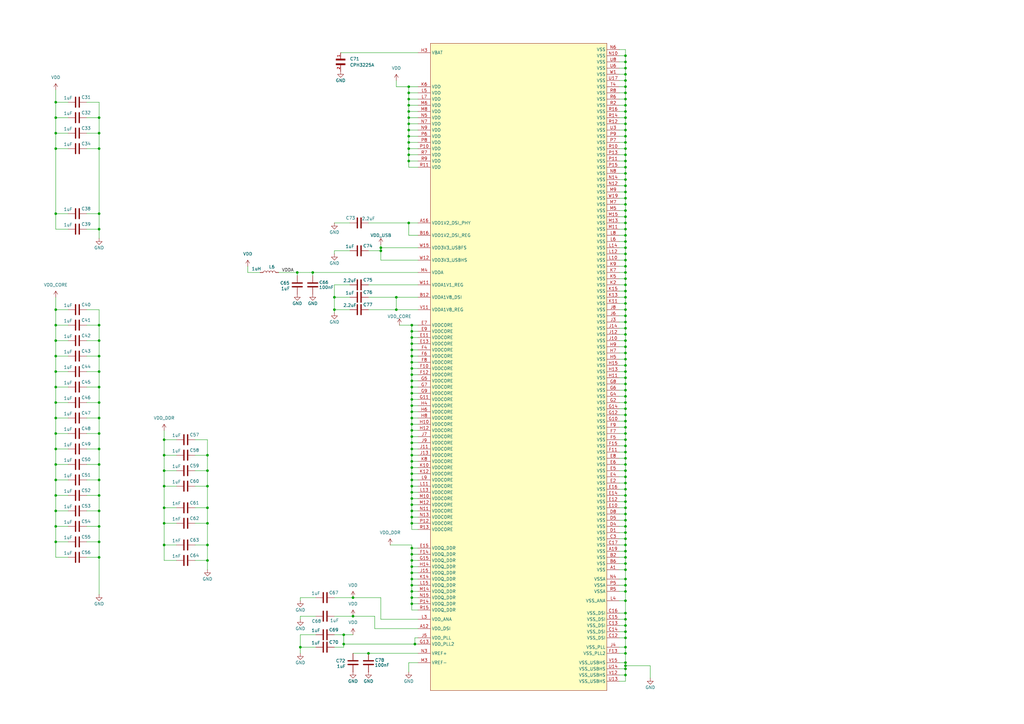
<source format=kicad_sch>
(kicad_sch (version 20250114) (generator "eeschema") (generator_version "9.0")
  (paper "A3")
  (title_block (comment 1 "Author: Mykola Grodskyi"))
  (junction (at 168.91 179.07))
  (junction (at 168.91 156.21))
  (junction (at 22.86 60.96))
  (junction (at 167.64 55.88))
  (junction (at 168.91 207.01))
  (junction (at 256.54 58.42))
  (junction (at 256.54 48.26))
  (junction (at 256.54 185.42))
  (junction (at 256.54 137.16))
  (junction (at 144.78 245.11))
  (junction (at 168.91 234.95))
  (junction (at 256.54 210.82))
  (junction (at 40.64 228.6))
  (junction (at 22.86 177.8))
  (junction (at 22.86 87.63))
  (junction (at 256.54 226.06))
  (junction (at 256.54 267.97))
  (junction (at 168.91 151.13))
  (junction (at 256.54 45.72))
  (junction (at 168.91 201.93))
  (junction (at 67.31 214.63))
  (junction (at 167.64 35.56))
  (junction (at 256.54 271.78))
  (junction (at 256.54 111.76))
  (junction (at 151.13 267.97))
  (junction (at 167.64 60.96))
  (junction (at 22.86 209.55))
  (junction (at 256.54 256.54))
  (junction (at 121.92 111.76))
  (junction (at 40.64 177.8))
  (junction (at 168.91 171.45))
  (junction (at 256.54 78.74))
  (junction (at 256.54 265.43))
  (junction (at 256.54 167.64))
  (junction (at 128.27 111.76))
  (junction (at 256.54 27.94))
  (junction (at 22.86 158.75))
  (junction (at 256.54 38.1))
  (junction (at 256.54 198.12))
  (junction (at 40.64 165.1))
  (junction (at 256.54 22.86))
  (junction (at 256.54 144.78))
  (junction (at 256.54 193.04))
  (junction (at 85.09 214.63))
  (junction (at 168.91 196.85))
  (junction (at 85.09 193.04))
  (junction (at 168.91 146.05))
  (junction (at 85.09 208.28))
  (junction (at 256.54 35.56))
  (junction (at 256.54 127))
  (junction (at 22.86 139.7))
  (junction (at 167.64 40.64))
  (junction (at 256.54 162.56))
  (junction (at 168.91 186.69))
  (junction (at 256.54 106.68))
  (junction (at 168.91 191.77))
  (junction (at 40.64 203.2))
  (junction (at 67.31 223.52))
  (junction (at 256.54 205.74))
  (junction (at 168.91 242.57))
  (junction (at 137.16 127))
  (junction (at 167.64 91.44))
  (junction (at 256.54 134.62))
  (junction (at 256.54 109.22))
  (junction (at 22.86 54.61))
  (junction (at 170.18 264.16))
  (junction (at 256.54 165.1))
  (junction (at 22.86 41.91))
  (junction (at 256.54 50.8))
  (junction (at 40.64 209.55))
  (junction (at 256.54 195.58))
  (junction (at 22.86 184.15))
  (junction (at 168.91 158.75))
  (junction (at 168.91 212.09))
  (junction (at 256.54 91.44))
  (junction (at 256.54 60.96))
  (junction (at 256.54 208.28))
  (junction (at 67.31 193.04))
  (junction (at 168.91 199.39))
  (junction (at 167.64 45.72))
  (junction (at 168.91 224.79))
  (junction (at 256.54 76.2))
  (junction (at 167.64 66.04))
  (junction (at 40.64 222.25))
  (junction (at 162.56 121.92))
  (junction (at 168.91 232.41))
  (junction (at 256.54 223.52))
  (junction (at 256.54 170.18))
  (junction (at 256.54 251.46))
  (junction (at 140.97 260.35))
  (junction (at 168.91 163.83))
  (junction (at 256.54 55.88))
  (junction (at 85.09 186.69))
  (junction (at 256.54 124.46))
  (junction (at 168.91 227.33))
  (junction (at 256.54 88.9))
  (junction (at 22.86 190.5))
  (junction (at 256.54 190.5))
  (junction (at 256.54 203.2))
  (junction (at 167.64 58.42))
  (junction (at 22.86 48.26))
  (junction (at 168.91 247.65))
  (junction (at 40.64 190.5))
  (junction (at 67.31 186.69))
  (junction (at 22.86 222.25))
  (junction (at 256.54 83.82))
  (junction (at 256.54 63.5))
  (junction (at 123.19 265.43))
  (junction (at 40.64 93.98))
  (junction (at 85.09 223.52))
  (junction (at 168.91 194.31))
  (junction (at 256.54 68.58))
  (junction (at 67.31 199.39))
  (junction (at 256.54 254))
  (junction (at 256.54 228.6))
  (junction (at 256.54 104.14))
  (junction (at 22.86 171.45))
  (junction (at 256.54 213.36))
  (junction (at 256.54 242.57))
  (junction (at 256.54 187.96))
  (junction (at 256.54 86.36))
  (junction (at 256.54 180.34))
  (junction (at 162.56 127))
  (junction (at 40.64 139.7))
  (junction (at 256.54 152.4))
  (junction (at 256.54 231.14))
  (junction (at 167.64 48.26))
  (junction (at 168.91 229.87))
  (junction (at 85.09 229.87))
  (junction (at 40.64 133.35))
  (junction (at 168.91 143.51))
  (junction (at 40.64 171.45))
  (junction (at 256.54 177.8))
  (junction (at 256.54 273.05))
  (junction (at 256.54 182.88))
  (junction (at 256.54 30.48))
  (junction (at 168.91 189.23))
  (junction (at 168.91 204.47))
  (junction (at 256.54 25.4))
  (junction (at 168.91 209.55))
  (junction (at 168.91 168.91))
  (junction (at 40.64 54.61))
  (junction (at 40.64 158.75))
  (junction (at 256.54 43.18))
  (junction (at 40.64 87.63))
  (junction (at 256.54 220.98))
  (junction (at 167.64 63.5))
  (junction (at 256.54 139.7))
  (junction (at 256.54 276.86))
  (junction (at 256.54 149.86))
  (junction (at 256.54 101.6))
  (junction (at 167.64 43.18))
  (junction (at 256.54 233.68))
  (junction (at 256.54 160.02))
  (junction (at 67.31 180.34))
  (junction (at 40.64 152.4))
  (junction (at 168.91 214.63))
  (junction (at 156.21 102.87))
  (junction (at 22.86 146.05))
  (junction (at 168.91 240.03))
  (junction (at 167.64 50.8))
  (junction (at 22.86 152.4))
  (junction (at 137.16 121.92))
  (junction (at 167.64 53.34))
  (junction (at 256.54 53.34))
  (junction (at 256.54 175.26))
  (junction (at 256.54 119.38))
  (junction (at 22.86 203.2))
  (junction (at 22.86 196.85))
  (junction (at 168.91 173.99))
  (junction (at 256.54 114.3))
  (junction (at 256.54 274.32))
  (junction (at 40.64 215.9))
  (junction (at 167.64 38.1))
  (junction (at 256.54 93.98))
  (junction (at 168.91 138.43))
  (junction (at 168.91 161.29))
  (junction (at 256.54 240.03))
  (junction (at 144.78 252.73))
  (junction (at 256.54 237.49))
  (junction (at 140.97 264.16))
  (junction (at 168.91 176.53))
  (junction (at 168.91 135.89))
  (junction (at 40.64 60.96))
  (junction (at 256.54 172.72))
  (junction (at 40.64 184.15))
  (junction (at 256.54 116.84))
  (junction (at 256.54 215.9))
  (junction (at 168.91 245.11))
  (junction (at 256.54 246.38))
  (junction (at 85.09 199.39))
  (junction (at 256.54 147.32))
  (junction (at 256.54 96.52))
  (junction (at 22.86 133.35))
  (junction (at 40.64 146.05))
  (junction (at 40.64 196.85))
  (junction (at 168.91 181.61))
  (junction (at 256.54 71.12))
  (junction (at 168.91 184.15))
  (junction (at 256.54 132.08))
  (junction (at 22.86 127))
  (junction (at 168.91 148.59))
  (junction (at 256.54 154.94))
  (junction (at 256.54 40.64))
  (junction (at 256.54 218.44))
  (junction (at 22.86 165.1))
  (junction (at 22.86 215.9))
  (junction (at 256.54 261.62))
  (junction (at 256.54 142.24))
  (junction (at 156.21 101.6))
  (junction (at 256.54 33.02))
  (junction (at 256.54 121.92))
  (junction (at 168.91 140.97))
  (junction (at 256.54 200.66))
  (junction (at 256.54 73.66))
  (junction (at 168.91 133.35))
  (junction (at 168.91 153.67))
  (junction (at 168.91 166.37))
  (junction (at 256.54 129.54))
  (junction (at 40.64 48.26))
  (junction (at 256.54 259.08))
  (junction (at 168.91 237.49))
  (junction (at 256.54 99.06))
  (junction (at 256.54 157.48))
  (junction (at 256.54 66.04))
  (junction (at 67.31 208.28))
  (junction (at 256.54 81.28))
  (wire (pts (xy 162.56 121.92) (xy 171.45 121.92)))
  (wire (pts (xy 256.54 66.04) (xy 254 66.04)))
  (wire (pts (xy 256.54 129.54) (xy 256.54 132.08)))
  (wire (pts (xy 256.54 203.2) (xy 254 203.2)))
  (wire (pts (xy 168.91 161.29) (xy 171.45 161.29)))
  (wire (pts (xy 101.6 109.22) (xy 101.6 111.76)))
  (wire (pts (xy 85.09 199.39) (xy 85.09 208.28)))
  (wire (pts (xy 22.86 121.92) (xy 22.86 127)))
  (wire (pts (xy 67.31 180.34) (xy 67.31 186.69)))
  (wire (pts (xy 85.09 223.52) (xy 80.01 223.52)))
  (wire (pts (xy 256.54 233.68) (xy 256.54 237.49)))
  (wire (pts (xy 123.19 252.73) (xy 123.19 254)))
  (wire (pts (xy 168.91 184.15) (xy 168.91 186.69)))
  (wire (pts (xy 168.91 247.65) (xy 168.91 250.19)))
  (wire (pts (xy 256.54 137.16) (xy 256.54 139.7)))
  (wire (pts (xy 256.54 22.86) (xy 256.54 25.4)))
  (wire (pts (xy 168.91 214.63) (xy 168.91 217.17)))
  (wire (pts (xy 168.91 168.91) (xy 168.91 171.45)))
  (wire (pts (xy 256.54 231.14) (xy 254 231.14)))
  (wire (pts (xy 67.31 214.63) (xy 67.31 223.52)))
  (wire (pts (xy 137.16 121.92) (xy 137.16 127)))
  (wire (pts (xy 67.31 214.63) (xy 72.39 214.63)))
  (wire (pts (xy 256.54 50.8) (xy 254 50.8)))
  (wire (pts (xy 256.54 25.4) (xy 254 25.4)))
  (wire (pts (xy 256.54 35.56) (xy 254 35.56)))
  (wire (pts (xy 168.91 207.01) (xy 168.91 209.55)))
  (wire (pts (xy 85.09 199.39) (xy 80.01 199.39)))
  (wire (pts (xy 67.31 208.28) (xy 67.31 214.63)))
  (wire (pts (xy 256.54 101.6) (xy 256.54 104.14)))
  (wire (pts (xy 256.54 142.24) (xy 254 142.24)))
  (wire (pts (xy 256.54 271.78) (xy 254 271.78)))
  (wire (pts (xy 168.91 186.69) (xy 171.45 186.69)))
  (wire (pts (xy 256.54 267.97) (xy 256.54 271.78)))
  (wire (pts (xy 40.64 139.7) (xy 35.56 139.7)))
  (wire (pts (xy 168.91 250.19) (xy 171.45 250.19)))
  (wire (pts (xy 22.86 87.63) (xy 22.86 93.98)))
  (wire (pts (xy 85.09 208.28) (xy 85.09 214.63)))
  (wire (pts (xy 256.54 83.82) (xy 254 83.82)))
  (wire (pts (xy 140.97 264.16) (xy 140.97 260.35)))
  (wire (pts (xy 168.91 176.53) (xy 171.45 176.53)))
  (wire (pts (xy 40.64 177.8) (xy 40.64 184.15)))
  (wire (pts (xy 256.54 139.7) (xy 254 139.7)))
  (wire (pts (xy 256.54 104.14) (xy 256.54 106.68)))
  (wire (pts (xy 129.54 245.11) (xy 123.19 245.11)))
  (wire (pts (xy 22.86 228.6) (xy 27.94 228.6)))
  (wire (pts (xy 256.54 208.28) (xy 256.54 210.82)))
  (wire (pts (xy 256.54 233.68) (xy 254 233.68)))
  (wire (pts (xy 168.91 186.69) (xy 168.91 189.23)))
  (wire (pts (xy 85.09 214.63) (xy 80.01 214.63)))
  (wire (pts (xy 167.64 63.5) (xy 167.64 66.04)))
  (wire (pts (xy 256.54 127) (xy 254 127)))
  (wire (pts (xy 256.54 68.58) (xy 256.54 71.12)))
  (wire (pts (xy 67.31 208.28) (xy 72.39 208.28)))
  (wire (pts (xy 167.64 38.1) (xy 167.64 40.64)))
  (wire (pts (xy 256.54 78.74) (xy 254 78.74)))
  (wire (pts (xy 167.64 40.64) (xy 171.45 40.64)))
  (wire (pts (xy 256.54 40.64) (xy 256.54 43.18)))
  (wire (pts (xy 40.64 41.91) (xy 40.64 48.26)))
  (wire (pts (xy 256.54 129.54) (xy 254 129.54)))
  (wire (pts (xy 137.16 104.14) (xy 137.16 102.87)))
  (wire (pts (xy 256.54 157.48) (xy 256.54 160.02)))
  (wire (pts (xy 256.54 106.68) (xy 254 106.68)))
  (wire (pts (xy 256.54 27.94) (xy 256.54 30.48)))
  (wire (pts (xy 167.64 55.88) (xy 167.64 58.42)))
  (wire (pts (xy 168.91 179.07) (xy 168.91 181.61)))
  (wire (pts (xy 256.54 165.1) (xy 254 165.1)))
  (wire (pts (xy 22.86 60.96) (xy 22.86 87.63)))
  (wire (pts (xy 256.54 213.36) (xy 256.54 215.9)))
  (wire (pts (xy 256.54 154.94) (xy 254 154.94)))
  (wire (pts (xy 22.86 127) (xy 27.94 127)))
  (wire (pts (xy 40.64 171.45) (xy 40.64 177.8)))
  (wire (pts (xy 168.91 181.61) (xy 171.45 181.61)))
  (wire (pts (xy 168.91 196.85) (xy 168.91 199.39)))
  (wire (pts (xy 22.86 54.61) (xy 22.86 60.96)))
  (wire (pts (xy 256.54 119.38) (xy 254 119.38)))
  (wire (pts (xy 256.54 121.92) (xy 256.54 124.46)))
  (wire (pts (xy 168.91 148.59) (xy 171.45 148.59)))
  (wire (pts (xy 256.54 274.32) (xy 254 274.32)))
  (wire (pts (xy 22.86 41.91) (xy 22.86 48.26)))
  (wire (pts (xy 256.54 137.16) (xy 254 137.16)))
  (wire (pts (xy 67.31 186.69) (xy 67.31 193.04)))
  (wire (pts (xy 143.51 121.92) (xy 137.16 121.92)))
  (wire (pts (xy 168.91 156.21) (xy 168.91 158.75)))
  (wire (pts (xy 121.92 111.76) (xy 121.92 113.03)))
  (wire (pts (xy 256.54 132.08) (xy 254 132.08)))
  (wire (pts (xy 40.64 222.25) (xy 40.64 228.6)))
  (wire (pts (xy 256.54 71.12) (xy 256.54 73.66)))
  (wire (pts (xy 256.54 185.42) (xy 254 185.42)))
  (wire (pts (xy 256.54 167.64) (xy 256.54 170.18)))
  (wire (pts (xy 168.91 173.99) (xy 168.91 176.53)))
  (wire (pts (xy 171.45 96.52) (xy 167.64 96.52)))
  (wire (pts (xy 139.7 21.59) (xy 171.45 21.59)))
  (wire (pts (xy 151.13 91.44) (xy 167.64 91.44)))
  (wire (pts (xy 256.54 237.49) (xy 256.54 240.03)))
  (wire (pts (xy 40.64 87.63) (xy 40.64 93.98)))
  (wire (pts (xy 40.64 54.61) (xy 35.56 54.61)))
  (wire (pts (xy 168.91 138.43) (xy 171.45 138.43)))
  (wire (pts (xy 168.91 184.15) (xy 171.45 184.15)))
  (wire (pts (xy 256.54 76.2) (xy 256.54 78.74)))
  (wire (pts (xy 256.54 195.58) (xy 256.54 198.12)))
  (wire (pts (xy 22.86 184.15) (xy 27.94 184.15)))
  (wire (pts (xy 40.64 215.9) (xy 40.64 222.25)))
  (wire (pts (xy 85.09 193.04) (xy 80.01 193.04)))
  (wire (pts (xy 256.54 134.62) (xy 254 134.62)))
  (wire (pts (xy 140.97 264.16) (xy 170.18 264.16)))
  (wire (pts (xy 168.91 237.49) (xy 171.45 237.49)))
  (wire (pts (xy 168.91 245.11) (xy 171.45 245.11)))
  (wire (pts (xy 67.31 199.39) (xy 67.31 208.28)))
  (wire (pts (xy 256.54 193.04) (xy 254 193.04)))
  (wire (pts (xy 40.64 228.6) (xy 40.64 243.84)))
  (wire (pts (xy 22.86 184.15) (xy 22.86 190.5)))
  (wire (pts (xy 168.91 179.07) (xy 171.45 179.07)))
  (wire (pts (xy 256.54 237.49) (xy 254 237.49)))
  (wire (pts (xy 256.54 190.5) (xy 254 190.5)))
  (wire (pts (xy 40.64 203.2) (xy 40.64 209.55)))
  (wire (pts (xy 168.91 204.47) (xy 171.45 204.47)))
  (wire (pts (xy 143.51 102.87) (xy 137.16 102.87)))
  (wire (pts (xy 256.54 175.26) (xy 254 175.26)))
  (wire (pts (xy 256.54 63.5) (xy 256.54 66.04)))
  (wire (pts (xy 168.91 227.33) (xy 171.45 227.33)))
  (wire (pts (xy 144.78 267.97) (xy 151.13 267.97)))
  (wire (pts (xy 85.09 180.34) (xy 85.09 186.69)))
  (wire (pts (xy 40.64 158.75) (xy 35.56 158.75)))
  (wire (pts (xy 85.09 223.52) (xy 85.09 229.87)))
  (wire (pts (xy 256.54 121.92) (xy 254 121.92)))
  (wire (pts (xy 67.31 223.52) (xy 67.31 229.87)))
  (wire (pts (xy 40.64 209.55) (xy 40.64 215.9)))
  (wire (pts (xy 256.54 226.06) (xy 256.54 228.6)))
  (wire (pts (xy 170.18 261.62) (xy 170.18 264.16)))
  (wire (pts (xy 256.54 124.46) (xy 256.54 127)))
  (wire (pts (xy 168.91 234.95) (xy 168.91 237.49)))
  (wire (pts (xy 256.54 187.96) (xy 254 187.96)))
  (wire (pts (xy 167.64 38.1) (xy 171.45 38.1)))
  (wire (pts (xy 256.54 220.98) (xy 254 220.98)))
  (wire (pts (xy 256.54 213.36) (xy 254 213.36)))
  (wire (pts (xy 168.91 227.33) (xy 168.91 229.87)))
  (wire (pts (xy 22.86 60.96) (xy 27.94 60.96)))
  (wire (pts (xy 153.67 257.81) (xy 153.67 252.73)))
  (wire (pts (xy 168.91 146.05) (xy 171.45 146.05)))
  (wire (pts (xy 256.54 86.36) (xy 254 86.36)))
  (wire (pts (xy 256.54 88.9) (xy 254 88.9)))
  (wire (pts (xy 40.64 146.05) (xy 40.64 152.4)))
  (wire (pts (xy 256.54 160.02) (xy 254 160.02)))
  (wire (pts (xy 40.64 152.4) (xy 40.64 158.75)))
  (wire (pts (xy 256.54 154.94) (xy 256.54 157.48)))
  (wire (pts (xy 256.54 254) (xy 254 254)))
  (wire (pts (xy 256.54 215.9) (xy 256.54 218.44)))
  (wire (pts (xy 256.54 48.26) (xy 254 48.26)))
  (wire (pts (xy 151.13 121.92) (xy 162.56 121.92)))
  (wire (pts (xy 256.54 78.74) (xy 256.54 81.28)))
  (wire (pts (xy 256.54 43.18) (xy 256.54 45.72)))
  (wire (pts (xy 167.64 55.88) (xy 171.45 55.88)))
  (wire (pts (xy 137.16 127) (xy 137.16 128.27)))
  (wire (pts (xy 168.91 171.45) (xy 168.91 173.99)))
  (wire (pts (xy 168.91 171.45) (xy 171.45 171.45)))
  (wire (pts (xy 256.54 27.94) (xy 254 27.94)))
  (wire (pts (xy 256.54 147.32) (xy 254 147.32)))
  (wire (pts (xy 168.91 194.31) (xy 171.45 194.31)))
  (wire (pts (xy 256.54 200.66) (xy 256.54 203.2)))
  (wire (pts (xy 168.91 138.43) (xy 168.91 140.97)))
  (wire (pts (xy 101.6 111.76) (xy 106.68 111.76)))
  (wire (pts (xy 256.54 40.64) (xy 254 40.64)))
  (wire (pts (xy 167.64 271.78) (xy 171.45 271.78)))
  (wire (pts (xy 256.54 200.66) (xy 254 200.66)))
  (wire (pts (xy 256.54 218.44) (xy 256.54 220.98)))
  (wire (pts (xy 168.91 201.93) (xy 171.45 201.93)))
  (wire (pts (xy 168.91 194.31) (xy 168.91 196.85)))
  (wire (pts (xy 168.91 209.55) (xy 168.91 212.09)))
  (wire (pts (xy 167.64 275.59) (xy 167.64 271.78)))
  (wire (pts (xy 168.91 151.13) (xy 171.45 151.13)))
  (wire (pts (xy 151.13 116.84) (xy 171.45 116.84)))
  (wire (pts (xy 168.91 224.79) (xy 168.91 227.33)))
  (wire (pts (xy 168.91 133.35) (xy 171.45 133.35)))
  (wire (pts (xy 167.64 43.18) (xy 171.45 43.18)))
  (wire (pts (xy 256.54 271.78) (xy 256.54 273.05)))
  (wire (pts (xy 167.64 96.52) (xy 167.64 91.44)))
  (wire (pts (xy 256.54 96.52) (xy 254 96.52)))
  (wire (pts (xy 40.64 165.1) (xy 40.64 171.45)))
  (wire (pts (xy 256.54 165.1) (xy 256.54 167.64)))
  (wire (pts (xy 129.54 252.73) (xy 123.19 252.73)))
  (wire (pts (xy 256.54 172.72) (xy 254 172.72)))
  (wire (pts (xy 256.54 81.28) (xy 254 81.28)))
  (wire (pts (xy 167.64 48.26) (xy 167.64 50.8)))
  (wire (pts (xy 256.54 55.88) (xy 256.54 58.42)))
  (wire (pts (xy 256.54 240.03) (xy 256.54 242.57)))
  (wire (pts (xy 168.91 140.97) (xy 168.91 143.51)))
  (wire (pts (xy 40.64 48.26) (xy 40.64 54.61)))
  (wire (pts (xy 40.64 139.7) (xy 40.64 146.05)))
  (wire (pts (xy 22.86 222.25) (xy 27.94 222.25)))
  (wire (pts (xy 167.64 43.18) (xy 167.64 45.72)))
  (wire (pts (xy 85.09 193.04) (xy 85.09 199.39)))
  (wire (pts (xy 22.86 203.2) (xy 27.94 203.2)))
  (wire (pts (xy 256.54 81.28) (xy 256.54 83.82)))
  (wire (pts (xy 22.86 203.2) (xy 22.86 209.55)))
  (wire (pts (xy 256.54 104.14) (xy 254 104.14)))
  (wire (pts (xy 140.97 260.35) (xy 144.78 260.35)))
  (wire (pts (xy 156.21 245.11) (xy 144.78 245.11)))
  (wire (pts (xy 167.64 91.44) (xy 171.45 91.44)))
  (wire (pts (xy 156.21 100.33) (xy 156.21 101.6)))
  (wire (pts (xy 256.54 114.3) (xy 256.54 116.84)))
  (wire (pts (xy 168.91 163.83) (xy 168.91 166.37)))
  (wire (pts (xy 40.64 133.35) (xy 35.56 133.35)))
  (wire (pts (xy 256.54 50.8) (xy 256.54 53.34)))
  (wire (pts (xy 85.09 186.69) (xy 80.01 186.69)))
  (wire (pts (xy 256.54 187.96) (xy 256.54 190.5)))
  (wire (pts (xy 256.54 101.6) (xy 254 101.6)))
  (wire (pts (xy 168.91 191.77) (xy 171.45 191.77)))
  (wire (pts (xy 256.54 205.74) (xy 254 205.74)))
  (wire (pts (xy 168.91 153.67) (xy 171.45 153.67)))
  (wire (pts (xy 168.91 242.57) (xy 168.91 245.11)))
  (wire (pts (xy 168.91 161.29) (xy 168.91 163.83)))
  (wire (pts (xy 137.16 116.84) (xy 137.16 121.92)))
  (wire (pts (xy 168.91 140.97) (xy 171.45 140.97)))
  (wire (pts (xy 123.19 260.35) (xy 129.54 260.35)))
  (wire (pts (xy 137.16 116.84) (xy 143.51 116.84)))
  (wire (pts (xy 266.7 273.05) (xy 256.54 273.05)))
  (wire (pts (xy 40.64 190.5) (xy 35.56 190.5)))
  (wire (pts (xy 156.21 102.87) (xy 156.21 106.68)))
  (wire (pts (xy 168.91 158.75) (xy 168.91 161.29)))
  (wire (pts (xy 137.16 127) (xy 143.51 127)))
  (wire (pts (xy 256.54 251.46) (xy 256.54 254)))
  (wire (pts (xy 256.54 60.96) (xy 256.54 63.5)))
  (wire (pts (xy 67.31 176.53) (xy 67.31 180.34)))
  (wire (pts (xy 256.54 180.34) (xy 254 180.34)))
  (wire (pts (xy 256.54 111.76) (xy 254 111.76)))
  (wire (pts (xy 22.86 139.7) (xy 22.86 146.05)))
  (wire (pts (xy 168.91 232.41) (xy 171.45 232.41)))
  (wire (pts (xy 256.54 279.4) (xy 254 279.4)))
  (wire (pts (xy 85.09 214.63) (xy 85.09 223.52)))
  (wire (pts (xy 256.54 162.56) (xy 254 162.56)))
  (wire (pts (xy 151.13 102.87) (xy 156.21 102.87)))
  (wire (pts (xy 167.64 60.96) (xy 167.64 63.5)))
  (wire (pts (xy 256.54 276.86) (xy 254 276.86)))
  (wire (pts (xy 168.91 199.39) (xy 171.45 199.39)))
  (wire (pts (xy 256.54 256.54) (xy 256.54 259.08)))
  (wire (pts (xy 167.64 68.58) (xy 171.45 68.58)))
  (wire (pts (xy 40.64 127) (xy 35.56 127)))
  (wire (pts (xy 168.91 217.17) (xy 171.45 217.17)))
  (wire (pts (xy 256.54 273.05) (xy 256.54 274.32)))
  (wire (pts (xy 40.64 165.1) (xy 35.56 165.1)))
  (wire (pts (xy 168.91 214.63) (xy 171.45 214.63)))
  (wire (pts (xy 123.19 265.43) (xy 123.19 267.97)))
  (wire (pts (xy 168.91 151.13) (xy 168.91 153.67)))
  (wire (pts (xy 168.91 158.75) (xy 171.45 158.75)))
  (wire (pts (xy 67.31 193.04) (xy 72.39 193.04)))
  (wire (pts (xy 22.86 48.26) (xy 27.94 48.26)))
  (wire (pts (xy 40.64 146.05) (xy 35.56 146.05)))
  (wire (pts (xy 168.91 207.01) (xy 171.45 207.01)))
  (wire (pts (xy 256.54 198.12) (xy 254 198.12)))
  (wire (pts (xy 256.54 99.06) (xy 254 99.06)))
  (wire (pts (xy 256.54 45.72) (xy 256.54 48.26)))
  (wire (pts (xy 256.54 22.86) (xy 254 22.86)))
  (wire (pts (xy 256.54 276.86) (xy 256.54 279.4)))
  (wire (pts (xy 256.54 142.24) (xy 256.54 144.78)))
  (wire (pts (xy 256.54 134.62) (xy 256.54 137.16)))
  (wire (pts (xy 256.54 267.97) (xy 254 267.97)))
  (wire (pts (xy 256.54 246.38) (xy 254 246.38)))
  (wire (pts (xy 22.86 146.05) (xy 27.94 146.05)))
  (wire (pts (xy 151.13 267.97) (xy 171.45 267.97)))
  (wire (pts (xy 256.54 152.4) (xy 254 152.4)))
  (wire (pts (xy 256.54 228.6) (xy 254 228.6)))
  (wire (pts (xy 168.91 247.65) (xy 171.45 247.65)))
  (wire (pts (xy 256.54 48.26) (xy 256.54 50.8)))
  (wire (pts (xy 256.54 124.46) (xy 254 124.46)))
  (wire (pts (xy 256.54 259.08) (xy 256.54 261.62)))
  (wire (pts (xy 256.54 63.5) (xy 254 63.5)))
  (wire (pts (xy 170.18 261.62) (xy 171.45 261.62)))
  (wire (pts (xy 256.54 53.34) (xy 256.54 55.88)))
  (wire (pts (xy 40.64 60.96) (xy 40.64 87.63)))
  (wire (pts (xy 168.91 204.47) (xy 168.91 207.01)))
  (wire (pts (xy 168.91 163.83) (xy 171.45 163.83)))
  (wire (pts (xy 168.91 201.93) (xy 168.91 204.47)))
  (wire (pts (xy 256.54 205.74) (xy 256.54 208.28)))
  (wire (pts (xy 256.54 99.06) (xy 256.54 101.6)))
  (wire (pts (xy 256.54 172.72) (xy 256.54 175.26)))
  (wire (pts (xy 256.54 220.98) (xy 256.54 223.52)))
  (wire (pts (xy 168.91 143.51) (xy 168.91 146.05)))
  (wire (pts (xy 27.94 93.98) (xy 22.86 93.98)))
  (wire (pts (xy 256.54 73.66) (xy 256.54 76.2)))
  (wire (pts (xy 167.64 50.8) (xy 171.45 50.8)))
  (wire (pts (xy 67.31 199.39) (xy 72.39 199.39)))
  (wire (pts (xy 137.16 91.44) (xy 143.51 91.44)))
  (wire (pts (xy 22.86 152.4) (xy 27.94 152.4)))
  (wire (pts (xy 22.86 54.61) (xy 27.94 54.61)))
  (wire (pts (xy 256.54 242.57) (xy 256.54 246.38)))
  (wire (pts (xy 256.54 254) (xy 256.54 256.54)))
  (wire (pts (xy 256.54 215.9) (xy 254 215.9)))
  (wire (pts (xy 256.54 111.76) (xy 256.54 114.3)))
  (wire (pts (xy 256.54 242.57) (xy 254 242.57)))
  (wire (pts (xy 167.64 58.42) (xy 171.45 58.42)))
  (wire (pts (xy 256.54 38.1) (xy 256.54 40.64)))
  (wire (pts (xy 256.54 20.32) (xy 254 20.32)))
  (wire (pts (xy 22.86 222.25) (xy 22.86 228.6)))
  (wire (pts (xy 85.09 208.28) (xy 80.01 208.28)))
  (wire (pts (xy 22.86 209.55) (xy 27.94 209.55)))
  (wire (pts (xy 123.19 260.35) (xy 123.19 265.43)))
  (wire (pts (xy 256.54 144.78) (xy 254 144.78)))
  (wire (pts (xy 256.54 71.12) (xy 254 71.12)))
  (wire (pts (xy 256.54 265.43) (xy 256.54 267.97)))
  (wire (pts (xy 67.31 193.04) (xy 67.31 199.39)))
  (wire (pts (xy 256.54 33.02) (xy 256.54 35.56)))
  (wire (pts (xy 256.54 160.02) (xy 256.54 162.56)))
  (wire (pts (xy 168.91 199.39) (xy 168.91 201.93)))
  (wire (pts (xy 266.7 278.13) (xy 266.7 273.05)))
  (wire (pts (xy 256.54 203.2) (xy 256.54 205.74)))
  (wire (pts (xy 22.86 215.9) (xy 22.86 222.25)))
  (wire (pts (xy 256.54 139.7) (xy 256.54 142.24)))
  (wire (pts (xy 22.86 158.75) (xy 22.86 165.1)))
  (wire (pts (xy 171.45 101.6) (xy 156.21 101.6)))
  (wire (pts (xy 40.64 54.61) (xy 40.64 60.96)))
  (wire (pts (xy 40.64 196.85) (xy 40.64 203.2)))
  (wire (pts (xy 256.54 261.62) (xy 254 261.62)))
  (wire (pts (xy 114.3 111.76) (xy 121.92 111.76)))
  (wire (pts (xy 256.54 109.22) (xy 256.54 111.76)))
  (wire (pts (xy 168.91 153.67) (xy 168.91 156.21)))
  (wire (pts (xy 22.86 127) (xy 22.86 133.35)))
  (wire (pts (xy 128.27 111.76) (xy 128.27 113.03)))
  (wire (pts (xy 256.54 73.66) (xy 254 73.66)))
  (wire (pts (xy 67.31 186.69) (xy 72.39 186.69)))
  (wire (pts (xy 22.86 133.35) (xy 27.94 133.35)))
  (wire (pts (xy 170.18 264.16) (xy 171.45 264.16)))
  (wire (pts (xy 167.64 66.04) (xy 167.64 68.58)))
  (wire (pts (xy 256.54 152.4) (xy 256.54 154.94)))
  (wire (pts (xy 256.54 274.32) (xy 256.54 276.86)))
  (wire (pts (xy 168.91 135.89) (xy 168.91 138.43)))
  (wire (pts (xy 168.91 242.57) (xy 171.45 242.57)))
  (wire (pts (xy 256.54 147.32) (xy 256.54 149.86)))
  (wire (pts (xy 22.86 165.1) (xy 27.94 165.1)))
  (wire (pts (xy 22.86 177.8) (xy 22.86 184.15)))
  (wire (pts (xy 256.54 170.18) (xy 256.54 172.72)))
  (wire (pts (xy 256.54 35.56) (xy 256.54 38.1)))
  (wire (pts (xy 67.31 229.87) (xy 72.39 229.87)))
  (wire (pts (xy 168.91 224.79) (xy 171.45 224.79)))
  (wire (pts (xy 144.78 252.73) (xy 137.16 252.73)))
  (wire (pts (xy 256.54 167.64) (xy 254 167.64)))
  (wire (pts (xy 256.54 210.82) (xy 254 210.82)))
  (wire (pts (xy 40.64 184.15) (xy 40.64 190.5)))
  (wire (pts (xy 256.54 182.88) (xy 254 182.88)))
  (wire (pts (xy 153.67 252.73) (xy 144.78 252.73)))
  (wire (pts (xy 22.86 171.45) (xy 27.94 171.45)))
  (wire (pts (xy 256.54 86.36) (xy 256.54 88.9)))
  (wire (pts (xy 256.54 83.82) (xy 256.54 86.36)))
  (wire (pts (xy 256.54 109.22) (xy 254 109.22)))
  (wire (pts (xy 40.64 87.63) (xy 35.56 87.63)))
  (wire (pts (xy 167.64 58.42) (xy 167.64 60.96)))
  (wire (pts (xy 40.64 93.98) (xy 40.64 97.79)))
  (wire (pts (xy 67.31 180.34) (xy 72.39 180.34)))
  (wire (pts (xy 22.86 171.45) (xy 22.86 177.8)))
  (wire (pts (xy 22.86 196.85) (xy 27.94 196.85)))
  (wire (pts (xy 167.64 35.56) (xy 167.64 38.1)))
  (wire (pts (xy 167.64 53.34) (xy 171.45 53.34)))
  (wire (pts (xy 256.54 185.42) (xy 256.54 187.96)))
  (wire (pts (xy 171.45 106.68) (xy 156.21 106.68)))
  (wire (pts (xy 22.86 209.55) (xy 22.86 215.9)))
  (wire (pts (xy 256.54 53.34) (xy 254 53.34)))
  (wire (pts (xy 256.54 58.42) (xy 254 58.42)))
  (wire (pts (xy 256.54 114.3) (xy 254 114.3)))
  (wire (pts (xy 167.64 63.5) (xy 171.45 63.5)))
  (wire (pts (xy 137.16 260.35) (xy 140.97 260.35)))
  (wire (pts (xy 168.91 176.53) (xy 168.91 179.07)))
  (wire (pts (xy 256.54 193.04) (xy 256.54 195.58)))
  (wire (pts (xy 40.64 222.25) (xy 35.56 222.25)))
  (wire (pts (xy 40.64 196.85) (xy 35.56 196.85)))
  (wire (pts (xy 256.54 190.5) (xy 256.54 193.04)))
  (wire (pts (xy 167.64 48.26) (xy 171.45 48.26)))
  (wire (pts (xy 40.64 209.55) (xy 35.56 209.55)))
  (wire (pts (xy 22.86 146.05) (xy 22.86 152.4)))
  (wire (pts (xy 22.86 165.1) (xy 22.86 171.45)))
  (wire (pts (xy 256.54 20.32) (xy 256.54 22.86)))
  (wire (pts (xy 168.91 156.21) (xy 171.45 156.21)))
  (wire (pts (xy 171.45 111.76) (xy 128.27 111.76)))
  (wire (pts (xy 256.54 149.86) (xy 254 149.86)))
  (wire (pts (xy 40.64 190.5) (xy 40.64 196.85)))
  (wire (pts (xy 256.54 228.6) (xy 256.54 231.14)))
  (wire (pts (xy 40.64 171.45) (xy 35.56 171.45)))
  (wire (pts (xy 256.54 45.72) (xy 254 45.72)))
  (wire (pts (xy 67.31 223.52) (xy 72.39 223.52)))
  (wire (pts (xy 171.45 257.81) (xy 153.67 257.81)))
  (wire (pts (xy 168.91 245.11) (xy 168.91 247.65)))
  (wire (pts (xy 256.54 132.08) (xy 256.54 134.62)))
  (wire (pts (xy 256.54 91.44) (xy 256.54 93.98)))
  (wire (pts (xy 22.86 215.9) (xy 27.94 215.9)))
  (wire (pts (xy 168.91 237.49) (xy 168.91 240.03)))
  (wire (pts (xy 85.09 186.69) (xy 85.09 193.04)))
  (wire (pts (xy 40.64 215.9) (xy 35.56 215.9)))
  (wire (pts (xy 168.91 189.23) (xy 168.91 191.77)))
  (wire (pts (xy 256.54 177.8) (xy 254 177.8)))
  (wire (pts (xy 22.86 87.63) (xy 27.94 87.63)))
  (wire (pts (xy 256.54 96.52) (xy 256.54 99.06)))
  (wire (pts (xy 35.56 93.98) (xy 40.64 93.98)))
  (wire (pts (xy 256.54 208.28) (xy 254 208.28)))
  (wire (pts (xy 22.86 158.75) (xy 27.94 158.75)))
  (wire (pts (xy 256.54 127) (xy 256.54 129.54)))
  (wire (pts (xy 256.54 251.46) (xy 254 251.46)))
  (wire (pts (xy 168.91 191.77) (xy 168.91 194.31)))
  (wire (pts (xy 256.54 93.98) (xy 254 93.98)))
  (wire (pts (xy 167.64 45.72) (xy 171.45 45.72)))
  (wire (pts (xy 168.91 196.85) (xy 171.45 196.85)))
  (wire (pts (xy 162.56 121.92) (xy 162.56 127)))
  (wire (pts (xy 256.54 170.18) (xy 254 170.18)))
  (wire (pts (xy 256.54 30.48) (xy 256.54 33.02)))
  (wire (pts (xy 256.54 106.68) (xy 256.54 109.22)))
  (wire (pts (xy 123.19 265.43) (xy 129.54 265.43)))
  (wire (pts (xy 256.54 218.44) (xy 254 218.44)))
  (wire (pts (xy 168.91 168.91) (xy 171.45 168.91)))
  (wire (pts (xy 167.64 45.72) (xy 167.64 48.26)))
  (wire (pts (xy 256.54 116.84) (xy 256.54 119.38)))
  (wire (pts (xy 22.86 152.4) (xy 22.86 158.75)))
  (wire (pts (xy 256.54 88.9) (xy 256.54 91.44)))
  (wire (pts (xy 40.64 203.2) (xy 35.56 203.2)))
  (wire (pts (xy 256.54 30.48) (xy 254 30.48)))
  (wire (pts (xy 256.54 66.04) (xy 256.54 68.58)))
  (wire (pts (xy 168.91 173.99) (xy 171.45 173.99)))
  (wire (pts (xy 256.54 68.58) (xy 254 68.58)))
  (wire (pts (xy 121.92 111.76) (xy 128.27 111.76)))
  (wire (pts (xy 168.91 212.09) (xy 171.45 212.09)))
  (wire (pts (xy 22.86 177.8) (xy 27.94 177.8)))
  (wire (pts (xy 162.56 33.02) (xy 162.56 35.56)))
  (wire (pts (xy 137.16 265.43) (xy 140.97 265.43)))
  (wire (pts (xy 160.02 223.52) (xy 168.91 223.52)))
  (wire (pts (xy 168.91 234.95) (xy 171.45 234.95)))
  (wire (pts (xy 85.09 233.68) (xy 85.09 229.87)))
  (wire (pts (xy 168.91 240.03) (xy 171.45 240.03)))
  (wire (pts (xy 256.54 240.03) (xy 254 240.03)))
  (wire (pts (xy 256.54 210.82) (xy 256.54 213.36)))
  (wire (pts (xy 256.54 144.78) (xy 256.54 147.32)))
  (wire (pts (xy 168.91 146.05) (xy 168.91 148.59)))
  (wire (pts (xy 168.91 232.41) (xy 168.91 234.95)))
  (wire (pts (xy 168.91 133.35) (xy 168.91 135.89)))
  (wire (pts (xy 40.64 184.15) (xy 35.56 184.15)))
  (wire (pts (xy 40.64 228.6) (xy 35.56 228.6)))
  (wire (pts (xy 256.54 223.52) (xy 254 223.52)))
  (wire (pts (xy 167.64 40.64) (xy 167.64 43.18)))
  (wire (pts (xy 162.56 127) (xy 171.45 127)))
  (wire (pts (xy 156.21 254) (xy 156.21 245.11)))
  (wire (pts (xy 85.09 229.87) (xy 80.01 229.87)))
  (wire (pts (xy 22.86 36.83) (xy 22.86 41.91)))
  (wire (pts (xy 156.21 101.6) (xy 156.21 102.87)))
  (wire (pts (xy 256.54 38.1) (xy 254 38.1)))
  (wire (pts (xy 256.54 195.58) (xy 254 195.58)))
  (wire (pts (xy 168.91 181.61) (xy 168.91 184.15)))
  (wire (pts (xy 256.54 93.98) (xy 256.54 96.52)))
  (wire (pts (xy 40.64 60.96) (xy 35.56 60.96)))
  (wire (pts (xy 123.19 245.11) (xy 123.19 246.38)))
  (wire (pts (xy 140.97 265.43) (xy 140.97 264.16)))
  (wire (pts (xy 162.56 35.56) (xy 167.64 35.56)))
  (wire (pts (xy 256.54 25.4) (xy 256.54 27.94)))
  (wire (pts (xy 256.54 177.8) (xy 256.54 180.34)))
  (wire (pts (xy 167.64 50.8) (xy 167.64 53.34)))
  (wire (pts (xy 256.54 55.88) (xy 254 55.88)))
  (wire (pts (xy 22.86 133.35) (xy 22.86 139.7)))
  (wire (pts (xy 256.54 76.2) (xy 254 76.2)))
  (wire (pts (xy 256.54 198.12) (xy 256.54 200.66)))
  (wire (pts (xy 171.45 254) (xy 156.21 254)))
  (wire (pts (xy 167.64 60.96) (xy 171.45 60.96)))
  (wire (pts (xy 40.64 133.35) (xy 40.64 139.7)))
  (wire (pts (xy 22.86 196.85) (xy 22.86 203.2)))
  (wire (pts (xy 40.64 127) (xy 40.64 133.35)))
  (wire (pts (xy 256.54 119.38) (xy 256.54 121.92)))
  (wire (pts (xy 168.91 212.09) (xy 168.91 214.63)))
  (wire (pts (xy 256.54 261.62) (xy 256.54 265.43)))
  (wire (pts (xy 151.13 127) (xy 162.56 127)))
  (wire (pts (xy 168.91 143.51) (xy 171.45 143.51)))
  (wire (pts (xy 256.54 33.02) (xy 254 33.02)))
  (wire (pts (xy 256.54 60.96) (xy 254 60.96)))
  (wire (pts (xy 168.91 135.89) (xy 171.45 135.89)))
  (wire (pts (xy 168.91 209.55) (xy 171.45 209.55)))
  (wire (pts (xy 40.64 41.91) (xy 35.56 41.91)))
  (wire (pts (xy 40.64 177.8) (xy 35.56 177.8)))
  (wire (pts (xy 40.64 48.26) (xy 35.56 48.26)))
  (wire (pts (xy 168.91 189.23) (xy 171.45 189.23)))
  (wire (pts (xy 256.54 162.56) (xy 256.54 165.1)))
  (wire (pts (xy 167.64 66.04) (xy 171.45 66.04)))
  (wire (pts (xy 256.54 175.26) (xy 256.54 177.8)))
  (wire (pts (xy 256.54 231.14) (xy 256.54 233.68)))
  (wire (pts (xy 256.54 182.88) (xy 256.54 185.42)))
  (wire (pts (xy 22.86 48.26) (xy 22.86 54.61)))
  (wire (pts (xy 85.09 180.34) (xy 80.01 180.34)))
  (wire (pts (xy 256.54 265.43) (xy 254 265.43)))
  (wire (pts (xy 22.86 139.7) (xy 27.94 139.7)))
  (wire (pts (xy 256.54 259.08) (xy 254 259.08)))
  (wire (pts (xy 256.54 43.18) (xy 254 43.18)))
  (wire (pts (xy 256.54 116.84) (xy 254 116.84)))
  (wire (pts (xy 168.91 223.52) (xy 168.91 224.79)))
  (wire (pts (xy 167.64 53.34) (xy 167.64 55.88)))
  (wire (pts (xy 168.91 240.03) (xy 168.91 242.57)))
  (wire (pts (xy 256.54 149.86) (xy 256.54 152.4)))
  (wire (pts (xy 256.54 256.54) (xy 254 256.54)))
  (wire (pts (xy 40.64 152.4) (xy 35.56 152.4)))
  (wire (pts (xy 168.91 148.59) (xy 168.91 151.13)))
  (wire (pts (xy 256.54 180.34) (xy 256.54 182.88)))
  (wire (pts (xy 22.86 41.91) (xy 27.94 41.91)))
  (wire (pts (xy 168.91 229.87) (xy 171.45 229.87)))
  (wire (pts (xy 168.91 229.87) (xy 168.91 232.41)))
  (wire (pts (xy 256.54 223.52) (xy 256.54 226.06)))
  (wire (pts (xy 144.78 245.11) (xy 137.16 245.11)))
  (wire (pts (xy 167.64 35.56) (xy 171.45 35.56)))
  (wire (pts (xy 256.54 91.44) (xy 254 91.44)))
  (wire (pts (xy 256.54 226.06) (xy 254 226.06)))
  (wire (pts (xy 168.91 166.37) (xy 168.91 168.91)))
  (wire (pts (xy 40.64 158.75) (xy 40.64 165.1)))
  (wire (pts (xy 22.86 190.5) (xy 22.86 196.85)))
  (wire (pts (xy 163.83 133.35) (xy 168.91 133.35)))
  (wire (pts (xy 256.54 157.48) (xy 254 157.48)))
  (wire (pts (xy 22.86 190.5) (xy 27.94 190.5)))
  (wire (pts (xy 256.54 58.42) (xy 256.54 60.96)))
  (wire (pts (xy 168.91 166.37) (xy 171.45 166.37)))
  (wire (pts (xy 256.54 246.38) (xy 256.54 251.46)))
  (label "VDDA" (at 115.57 111.76 0))
  (symbol (lib_id "Device:C") (at 31.75 146.05 270) (unit 1)
    (property "Reference" "C43" (at 35.306 144.018 90))
    (property "Value" "1uF" (at 27.94 144.272 90))
    (property "Footprint" "lib:C_0402_small" (effects (hide yes)))
    (property "Description" "Unpolarized capacitor" (effects (hide yes)))
    (property "Mouser P/N" "81-GRM155R61E105KA2D" (effects (hide yes)))
    (property "LCSC Part #" "C52923" (effects (hide yes)))
    (property "REC P/N" "GRM155R61E105KA12D" (effects (hide yes)))
  )
  (symbol (lib_id "power:+36V") (at 144.78 252.73 0) (unit 1)
    (property "Reference" "#PWR088" (effects (hide yes)))
    (property "Value" "VDD" (at 144.78 247.65 0))
    (property "Description" "Power symbol creates a global label with name \"+36V\"" (effects (hide yes)))
  )
  (symbol (lib_id "Device:C") (at 31.75 184.15 270) (unit 1)
    (property "Reference" "C49" (at 35.306 182.118 90))
    (property "Value" "1uF" (at 27.94 182.372 90))
    (property "Footprint" "lib:C_0402_small" (effects (hide yes)))
    (property "Description" "Unpolarized capacitor" (effects (hide yes)))
    (property "Mouser P/N" "81-GRM155R61E105KA2D" (effects (hide yes)))
    (property "LCSC Part #" "C52923" (effects (hide yes)))
    (property "REC P/N" "GRM155R61E105KA12D" (effects (hide yes)))
  )
  (symbol (lib_id "power:GND") (at 123.19 267.97 0) (unit 1)
    (property "Reference" "#PWR081" (effects (hide yes)))
    (property "Value" "GND" (at 123.19 271.78 0))
    (property "Description" "Power symbol creates a global label with name \"GND\" , ground" (effects (hide yes)))
  )
  (symbol (lib_id "Device:C") (at 31.75 196.85 270) (unit 1)
    (property "Reference" "C51" (at 35.306 194.818 90))
    (property "Value" "1uF" (at 27.94 195.072 90))
    (property "Footprint" "lib:C_0402_small" (effects (hide yes)))
    (property "Description" "Unpolarized capacitor" (effects (hide yes)))
    (property "Mouser P/N" "81-GRM155R61E105KA2D" (effects (hide yes)))
    (property "LCSC Part #" "C52923" (effects (hide yes)))
    (property "REC P/N" "GRM155R61E105KA12D" (effects (hide yes)))
  )
  (symbol (lib_id "Device:C") (at 31.75 209.55 270) (unit 1)
    (property "Reference" "C53" (at 35.306 207.518 90))
    (property "Value" "1uF" (at 27.94 207.772 90))
    (property "Footprint" "lib:C_0402_small" (effects (hide yes)))
    (property "Description" "Unpolarized capacitor" (effects (hide yes)))
    (property "Mouser P/N" "81-GRM155R61E105KA2D" (effects (hide yes)))
    (property "LCSC Part #" "C52923" (effects (hide yes)))
    (property "REC P/N" "GRM155R61E105KA12D" (effects (hide yes)))
  )
  (symbol (lib_id "Device:C") (at 76.2 193.04 270) (unit 1)
    (property "Reference" "C59" (at 79.756 191.008 90))
    (property "Value" "1uF" (at 72.39 191.262 90))
    (property "Footprint" "lib:C_0402_small" (effects (hide yes)))
    (property "Description" "Unpolarized capacitor" (effects (hide yes)))
    (property "Mouser P/N" "81-GRM155R61E105KA2D" (effects (hide yes)))
    (property "LCSC Part #" "C52923" (effects (hide yes)))
    (property "REC P/N" "GRM155R61E105KA12D" (effects (hide yes)))
  )
  (symbol (lib_id "power:+36V") (at 160.02 223.52 0) (unit 1)
    (property "Reference" "#PWR093" (effects (hide yes)))
    (property "Value" "VDD_DDR" (at 160.02 218.44 0))
    (property "Description" "Power symbol creates a global label with name \"+36V\"" (effects (hide yes)))
  )
  (symbol (lib_id "Device:C") (at 76.2 223.52 270) (unit 1)
    (property "Reference" "C63" (at 79.756 221.488 90))
    (property "Value" "1nF" (at 72.39 221.742 90))
    (property "Footprint" "lib:C_0402_small" (effects (hide yes)))
    (property "Description" "Unpolarized capacitor" (effects (hide yes)))
    (property "Mouser P/N" "81-GRM155R70J102KA1D" (effects (hide yes)))
    (property "LCSC Part #" "C1523" (effects (hide yes)))
    (property "REC P/N" "GRM155R70J102KA01D" (effects (hide yes)))
  )
  (symbol (lib_id "power:+36V") (at 163.83 133.35 0) (unit 1)
    (property "Reference" "#PWR095" (effects (hide yes)))
    (property "Value" "VDD_CORE" (at 163.83 129.794 0))
    (property "Description" "Power symbol creates a global label with name \"+36V\"" (effects (hide yes)))
  )
  (symbol (lib_id "Device:C") (at 31.75 139.7 270) (unit 1)
    (property "Reference" "C42" (at 35.306 137.668 90))
    (property "Value" "1uF" (at 27.94 137.922 90))
    (property "Footprint" "lib:C_0402_small" (effects (hide yes)))
    (property "Description" "Unpolarized capacitor" (effects (hide yes)))
    (property "Mouser P/N" "81-GRM155R61E105KA2D" (effects (hide yes)))
    (property "LCSC Part #" "C52923" (effects (hide yes)))
    (property "REC P/N" "GRM155R61E105KA12D" (effects (hide yes)))
  )
  (symbol (lib_id "Device:C") (at 76.2 229.87 270) (unit 1)
    (property "Reference" "C64" (at 79.756 227.838 90))
    (property "Value" "1nF" (at 72.39 228.092 90))
    (property "Footprint" "lib:C_0402_small" (effects (hide yes)))
    (property "Description" "Unpolarized capacitor" (effects (hide yes)))
    (property "Mouser P/N" "81-GRM155R70J102KA1D" (effects (hide yes)))
    (property "LCSC Part #" "C1523" (effects (hide yes)))
    (property "REC P/N" "GRM155R70J102KA01D" (effects (hide yes)))
  )
  (symbol (lib_id "power:+36V") (at 156.21 100.33 0) (unit 1)
    (property "Reference" "#PWR092" (effects (hide yes)))
    (property "Value" "VDD_USB" (at 156.21 96.52 0))
    (property "Description" "Power symbol creates a global label with name \"+36V\"" (effects (hide yes)))
  )
  (symbol (lib_id "Device:C") (at 76.2 199.39 270) (unit 1)
    (property "Reference" "C60" (at 79.756 197.358 90))
    (property "Value" "1uF" (at 72.39 197.612 90))
    (property "Footprint" "lib:C_0402_small" (effects (hide yes)))
    (property "Description" "Unpolarized capacitor" (effects (hide yes)))
    (property "Mouser P/N" "81-GRM155R61E105KA2D" (effects (hide yes)))
    (property "LCSC Part #" "C52923" (effects (hide yes)))
    (property "REC P/N" "GRM155R61E105KA12D" (effects (hide yes)))
  )
  (symbol (lib_id "Device:C") (at 133.35 260.35 270) (unit 1)
    (property "Reference" "C69" (at 136.906 258.318 90))
    (property "Value" "1uF" (at 129.54 258.572 90))
    (property "Footprint" "lib:C_0402_small" (effects (hide yes)))
    (property "Description" "Unpolarized capacitor" (effects (hide yes)))
    (property "Mouser P/N" "81-GRM155R61E105KA2D" (effects (hide yes)))
    (property "LCSC Part #" "C52923" (effects (hide yes)))
    (property "REC P/N" "GRM155R61E105KA12D" (effects (hide yes)))
  )
  (symbol (lib_id "power:GND") (at 85.09 233.68 0) (unit 1)
    (property "Reference" "#PWR076" (effects (hide yes)))
    (property "Value" "GND" (at 85.09 237.49 0))
    (property "Description" "Power symbol creates a global label with name \"GND\" , ground" (effects (hide yes)))
  )
  (symbol (lib_id "Device:C") (at 31.75 190.5 270) (unit 1)
    (property "Reference" "C50" (at 35.306 188.468 90))
    (property "Value" "1uF" (at 27.94 188.722 90))
    (property "Footprint" "lib:C_0402_small" (effects (hide yes)))
    (property "Description" "Unpolarized capacitor" (effects (hide yes)))
    (property "Mouser P/N" "81-GRM155R61E105KA2D" (effects (hide yes)))
    (property "LCSC Part #" "C52923" (effects (hide yes)))
    (property "REC P/N" "GRM155R61E105KA12D" (effects (hide yes)))
  )
  (symbol (lib_id "Device:C") (at 31.75 48.26 270) (unit 1)
    (property "Reference" "C32" (at 35.306 46.228 90))
    (property "Value" "1uF" (at 27.94 46.482 90))
    (property "Footprint" "lib:C_0402_small" (effects (hide yes)))
    (property "Description" "Unpolarized capacitor" (effects (hide yes)))
    (property "Mouser P/N" "81-GRM155R61E105KA2D" (effects (hide yes)))
    (property "LCSC Part #" "C52923" (effects (hide yes)))
    (property "REC P/N" "GRM155R61E105KA12D" (effects (hide yes)))
  )
  (symbol (lib_id "power:+36V") (at 144.78 245.11 0) (unit 1)
    (property "Reference" "#PWR087" (effects (hide yes)))
    (property "Value" "VDD" (at 144.78 240.03 0))
    (property "Description" "Power symbol creates a global label with name \"+36V\"" (effects (hide yes)))
  )
  (symbol (lib_id "Device:C") (at 31.75 152.4 270) (unit 1)
    (property "Reference" "C44" (at 35.306 150.368 90))
    (property "Value" "1uF" (at 27.94 150.622 90))
    (property "Footprint" "lib:C_0402_small" (effects (hide yes)))
    (property "Description" "Unpolarized capacitor" (effects (hide yes)))
    (property "Mouser P/N" "81-GRM155R61E105KA2D" (effects (hide yes)))
    (property "LCSC Part #" "C52923" (effects (hide yes)))
    (property "REC P/N" "GRM155R61E105KA12D" (effects (hide yes)))
  )
  (symbol (lib_id "Device:C") (at 31.75 215.9 270) (unit 1)
    (property "Reference" "C54" (at 35.306 213.868 90))
    (property "Value" "1uF" (at 27.94 214.122 90))
    (property "Footprint" "lib:C_0402_small" (effects (hide yes)))
    (property "Description" "Unpolarized capacitor" (effects (hide yes)))
    (property "Mouser P/N" "81-GRM155R61E105KA2D" (effects (hide yes)))
    (property "LCSC Part #" "C52923" (effects (hide yes)))
    (property "REC P/N" "GRM155R61E105KA12D" (effects (hide yes)))
  )
  (symbol (lib_id "Device:C") (at 144.78 271.78 0) (unit 1)
    (property "Reference" "C72" (at 139.7 271.018 0))
    (property "Value" "1uF" (at 139.954 273.304 0))
    (property "Footprint" "lib:C_0402_small" (effects (hide yes)))
    (property "Description" "Unpolarized capacitor" (effects (hide yes)))
    (property "Mouser P/N" "81-GRM155R61E105KA2D" (effects (hide yes)))
    (property "LCSC Part #" "C52923" (effects (hide yes)))
    (property "REC P/N" "GRM155R61E105KA12D" (effects (hide yes)))
  )
  (symbol (lib_id "Device:C") (at 31.75 41.91 270) (unit 1)
    (property "Reference" "C31" (at 35.306 39.878 90))
    (property "Value" "1uF" (at 27.94 40.132 90))
    (property "Footprint" "lib:C_0402_small" (effects (hide yes)))
    (property "Description" "Unpolarized capacitor" (effects (hide yes)))
    (property "Mouser P/N" "81-GRM155R61E105KA2D" (effects (hide yes)))
    (property "LCSC Part #" "C52923" (effects (hide yes)))
    (property "REC P/N" "GRM155R61E105KA12D" (effects (hide yes)))
  )
  (symbol (lib_id "Device:C") (at 31.75 93.98 270) (unit 1)
    (property "Reference" "C39" (at 35.306 91.948 90))
    (property "Value" "1uF" (at 27.94 92.202 90))
    (property "Footprint" "lib:C_0402_small" (effects (hide yes)))
    (property "Description" "Unpolarized capacitor" (effects (hide yes)))
    (property "Mouser P/N" "81-GRM155R61E105KA2D" (effects (hide yes)))
    (property "LCSC Part #" "C52923" (effects (hide yes)))
    (property "REC P/N" "GRM155R61E105KA12D" (effects (hide yes)))
  )
  (symbol (lib_id "power:GND") (at 137.16 91.44 0) (unit 1)
    (property "Reference" "#PWR083" (effects (hide yes)))
    (property "Value" "GND" (at 137.16 95.25 0))
    (property "Description" "Power symbol creates a global label with name \"GND\" , ground" (effects (hide yes)))
  )
  (symbol (lib_id "power:GND") (at 139.7 29.21 0) (unit 1)
    (property "Reference" "#PWR086" (effects (hide yes)))
    (property "Value" "GND" (at 139.7 33.02 0))
    (property "Description" "Power symbol creates a global label with name \"GND\" , ground" (effects (hide yes)))
  )
  (symbol (lib_id "power:GND") (at 128.27 120.65 0) (unit 1)
    (property "Reference" "#PWR082" (effects (hide yes)))
    (property "Value" "GND" (at 128.27 124.46 0))
    (property "Description" "Power symbol creates a global label with name \"GND\" , ground" (effects (hide yes)))
  )
  (symbol (lib_id "Device:C") (at 31.75 54.61 270) (unit 1)
    (property "Reference" "C33" (at 35.306 52.578 90))
    (property "Value" "1uF" (at 27.94 52.832 90))
    (property "Footprint" "lib:C_0402_small" (effects (hide yes)))
    (property "Description" "Unpolarized capacitor" (effects (hide yes)))
    (property "Mouser P/N" "81-GRM155R61E105KA2D" (effects (hide yes)))
    (property "LCSC Part #" "C52923" (effects (hide yes)))
    (property "REC P/N" "GRM155R61E105KA12D" (effects (hide yes)))
  )
  (symbol (lib_id "Device:C") (at 31.75 228.6 270) (unit 1)
    (property "Reference" "C56" (at 35.306 226.568 90))
    (property "Value" "1uF" (at 27.94 226.822 90))
    (property "Footprint" "lib:C_0402_small" (effects (hide yes)))
    (property "Description" "Unpolarized capacitor" (effects (hide yes)))
    (property "Mouser P/N" "81-GRM155R61E105KA2D" (effects (hide yes)))
    (property "LCSC Part #" "C52923" (effects (hide yes)))
    (property "REC P/N" "GRM155R61E105KA12D" (effects (hide yes)))
  )
  (symbol (lib_id "Device:C") (at 76.2 186.69 270) (unit 1)
    (property "Reference" "C58" (at 79.756 184.658 90))
    (property "Value" "1uF" (at 72.39 184.912 90))
    (property "Footprint" "lib:C_0402_small" (effects (hide yes)))
    (property "Description" "Unpolarized capacitor" (effects (hide yes)))
    (property "Mouser P/N" "81-GRM155R61E105KA2D" (effects (hide yes)))
    (property "LCSC Part #" "C52923" (effects (hide yes)))
    (property "REC P/N" "GRM155R61E105KA12D" (effects (hide yes)))
  )
  (symbol (lib_id "New_Library:STM32MP157FABx") (at 199.39 127 0) (unit 1)
    (property "Reference" "U4" (effects (hide yes)))
    (property "Value" "STM32MP157FABx" (effects (hide yes)))
    (property "Footprint" "lib:ST_LFBGA-354_16x16mm_Layout19x19_P0.8mm" (effects (hide yes)))
    (property "Datasheet" "https://www.st.com/resource/en/datasheet/stm32mp157f.pdf" (effects (hide yes)))
    (property "Description" "STMicroelectronics Arm Cortex-A7 MCU, 0KB flash, 708KB RAM, 98 GPIO, LFBGA354" (effects (hide yes)))
    (property "LCSC Part #" "C1236734" (effects (hide yes)))
    (instances (project "" (path "" (reference "U2") (unit 1)) (path "" (reference "U4") (unit 1))))
  )
  (symbol (lib_id "power:GND") (at 167.64 275.59 0) (unit 1)
    (property "Reference" "#PWR096" (effects (hide yes)))
    (property "Value" "GND" (at 167.64 279.4 0))
    (property "Description" "Power symbol creates a global label with name \"GND\" , ground" (effects (hide yes)))
  )
  (symbol (lib_id "Device:C") (at 31.75 171.45 270) (unit 1)
    (property "Reference" "C47" (at 35.306 169.418 90))
    (property "Value" "1uF" (at 27.94 169.672 90))
    (property "Footprint" "lib:C_0402_small" (effects (hide yes)))
    (property "Description" "Unpolarized capacitor" (effects (hide yes)))
    (property "Mouser P/N" "81-GRM155R61E105KA2D" (effects (hide yes)))
    (property "LCSC Part #" "C52923" (effects (hide yes)))
    (property "REC P/N" "GRM155R61E105KA12D" (effects (hide yes)))
  )
  (symbol (lib_id "power:GND") (at 40.64 97.79 0) (unit 1)
    (property "Reference" "#PWR073" (effects (hide yes)))
    (property "Value" "GND" (at 40.64 101.6 0))
    (property "Description" "Power symbol creates a global label with name \"GND\" , ground" (effects (hide yes)))
  )
  (symbol (lib_id "Device:C") (at 31.75 222.25 270) (unit 1)
    (property "Reference" "C55" (at 35.306 220.218 90))
    (property "Value" "1uF" (at 27.94 220.472 90))
    (property "Footprint" "lib:C_0402_small" (effects (hide yes)))
    (property "Description" "Unpolarized capacitor" (effects (hide yes)))
    (property "Mouser P/N" "81-GRM155R61E105KA2D" (effects (hide yes)))
    (property "LCSC Part #" "C52923" (effects (hide yes)))
    (property "REC P/N" "GRM155R61E105KA12D" (effects (hide yes)))
  )
  (symbol (lib_id "power:+36V") (at 67.31 176.53 0) (unit 1)
    (property "Reference" "#PWR075" (effects (hide yes)))
    (property "Value" "VDD_DDR" (at 67.31 171.45 0))
    (property "Description" "Power symbol creates a global label with name \"+36V\"" (effects (hide yes)))
  )
  (symbol (lib_id "power:GND") (at 121.92 120.65 0) (unit 1)
    (property "Reference" "#PWR078" (effects (hide yes)))
    (property "Value" "GND" (at 121.92 124.46 0))
    (property "Description" "Power symbol creates a global label with name \"GND\" , ground" (effects (hide yes)))
  )
  (symbol (lib_id "Device:C") (at 76.2 208.28 270) (unit 1)
    (property "Reference" "C61" (at 79.756 206.248 90))
    (property "Value" "1nF" (at 72.39 206.502 90))
    (property "Footprint" "lib:C_0402_small" (effects (hide yes)))
    (property "Description" "Unpolarized capacitor" (effects (hide yes)))
    (property "Mouser P/N" "81-GRM155R70J102KA1D" (effects (hide yes)))
    (property "LCSC Part #" "C1523" (effects (hide yes)))
    (property "REC P/N" "GRM155R70J102KA01D" (effects (hide yes)))
  )
  (symbol (lib_id "power:+36V") (at 162.56 33.02 0) (unit 1)
    (property "Reference" "#PWR094" (effects (hide yes)))
    (property "Value" "VDD" (at 162.56 27.94 0))
    (property "Description" "Power symbol creates a global label with name \"+36V\"" (effects (hide yes)))
  )
  (symbol (lib_id "Device:C") (at 31.75 127 270) (unit 1)
    (property "Reference" "C40" (at 35.306 124.968 90))
    (property "Value" "1uF" (at 27.94 125.222 90))
    (property "Footprint" "lib:C_0402_small" (effects (hide yes)))
    (property "Description" "Unpolarized capacitor" (effects (hide yes)))
    (property "Mouser P/N" "81-GRM155R61E105KA2D" (effects (hide yes)))
    (property "LCSC Part #" "C52923" (effects (hide yes)))
    (property "REC P/N" "GRM155R61E105KA12D" (effects (hide yes)))
  )
  (symbol (lib_id "Device:C") (at 147.32 102.87 270) (unit 1)
    (property "Reference" "C74" (at 150.876 100.838 90))
    (property "Value" "1uF" (at 143.51 101.092 90))
    (property "Footprint" "lib:C_0402_small" (effects (hide yes)))
    (property "Description" "Unpolarized capacitor" (effects (hide yes)))
    (property "Mouser P/N" "81-GRM155R61E105KA2D" (effects (hide yes)))
    (property "LCSC Part #" "C52923" (effects (hide yes)))
    (property "REC P/N" "GRM155R61E105KA12D" (effects (hide yes)))
  )
  (symbol (lib_id "Device:C") (at 128.27 116.84 0) (unit 1)
    (property "Reference" "C66" (at 132.842 115.824 0))
    (property "Value" "100nF" (at 133.858 117.856 0))
    (property "Footprint" "lib:C_0402_small" (effects (hide yes)))
    (property "Description" "Unpolarized capacitor" (effects (hide yes)))
    (property "Mouser P/N" "81-GRM155R61E104KA7J" (effects (hide yes)))
    (property "LCSC Part #" "C307331" (effects (hide yes)))
    (property "REC P/N" " GRM155R61E104KA87J" (effects (hide yes)))
  )
  (symbol (lib_id "Device:C") (at 147.32 127 270) (unit 1)
    (property "Reference" "C77" (at 150.876 124.968 90))
    (property "Value" "2.2uF" (at 143.51 125.222 90))
    (property "Footprint" "lib:C_0402_small" (effects (hide yes)))
    (property "Description" "Unpolarized capacitor" (effects (hide yes)))
    (property "Mouser P/N" "81-GRT153R60J225ME3D" (effects (hide yes)))
    (property "LCSC Part #" "C12530" (effects (hide yes)))
    (property "REC P/N" " GRT153R60J225ME13D" (effects (hide yes)))
  )
  (symbol (lib_id "Device:C") (at 31.75 165.1 270) (unit 1)
    (property "Reference" "C46" (at 35.306 163.068 90))
    (property "Value" "1uF" (at 27.94 163.322 90))
    (property "Footprint" "lib:C_0402_small" (effects (hide yes)))
    (property "Description" "Unpolarized capacitor" (effects (hide yes)))
    (property "Mouser P/N" "81-GRM155R61E105KA2D" (effects (hide yes)))
    (property "LCSC Part #" "C52923" (effects (hide yes)))
    (property "REC P/N" "GRM155R61E105KA12D" (effects (hide yes)))
  )
  (symbol (lib_id "Device:C") (at 31.75 133.35 270) (unit 1)
    (property "Reference" "C41" (at 35.306 131.318 90))
    (property "Value" "1uF" (at 27.94 131.572 90))
    (property "Footprint" "lib:C_0402_small" (effects (hide yes)))
    (property "Description" "Unpolarized capacitor" (effects (hide yes)))
    (property "Mouser P/N" "81-GRM155R61E105KA2D" (effects (hide yes)))
    (property "LCSC Part #" "C52923" (effects (hide yes)))
    (property "REC P/N" "GRM155R61E105KA12D" (effects (hide yes)))
  )
  (symbol (lib_id "power:GND") (at 123.19 254 0) (unit 1)
    (property "Reference" "#PWR080" (effects (hide yes)))
    (property "Value" "GND" (at 123.19 257.81 0))
    (property "Description" "Power symbol creates a global label with name \"GND\" , ground" (effects (hide yes)))
  )
  (symbol (lib_id "Device:C") (at 121.92 116.84 0) (unit 1)
    (property "Reference" "C65" (at 116.84 116.078 0))
    (property "Value" "1uF" (at 117.094 118.364 0))
    (property "Footprint" "lib:C_0402_small" (effects (hide yes)))
    (property "Description" "Unpolarized capacitor" (effects (hide yes)))
    (property "Mouser P/N" "81-GRM155R61E105KA2D" (effects (hide yes)))
    (property "LCSC Part #" "C52923" (effects (hide yes)))
    (property "REC P/N" "GRM155R61E105KA12D" (effects (hide yes)))
  )
  (symbol (lib_id "Device:C") (at 31.75 158.75 270) (unit 1)
    (property "Reference" "C45" (at 35.306 156.718 90))
    (property "Value" "1uF" (at 27.94 156.972 90))
    (property "Footprint" "lib:C_0402_small" (effects (hide yes)))
    (property "Description" "Unpolarized capacitor" (effects (hide yes)))
    (property "Mouser P/N" "81-GRM155R61E105KA2D" (effects (hide yes)))
    (property "LCSC Part #" "C52923" (effects (hide yes)))
    (property "REC P/N" "GRM155R61E105KA12D" (effects (hide yes)))
  )
  (symbol (lib_id "Device:C") (at 147.32 116.84 270) (unit 1)
    (property "Reference" "C75" (at 150.876 114.808 90))
    (property "Value" "2.2uF" (at 143.51 115.062 90))
    (property "Footprint" "lib:C_0402_small" (effects (hide yes)))
    (property "Description" "Unpolarized capacitor" (effects (hide yes)))
    (property "Mouser P/N" "81-GRT153R60J225ME3D" (effects (hide yes)))
    (property "LCSC Part #" "C12530" (effects (hide yes)))
    (property "REC P/N" " GRT153R60J225ME13D" (effects (hide yes)))
  )
  (symbol (lib_id "Device:C") (at 76.2 180.34 270) (unit 1)
    (property "Reference" "C57" (at 79.756 178.308 90))
    (property "Value" "1uF" (at 72.39 178.562 90))
    (property "Footprint" "lib:C_0402_small" (effects (hide yes)))
    (property "Description" "Unpolarized capacitor" (effects (hide yes)))
    (property "Mouser P/N" "81-GRM155R61E105KA2D" (effects (hide yes)))
    (property "LCSC Part #" "C52923" (effects (hide yes)))
    (property "REC P/N" "GRM155R61E105KA12D" (effects (hide yes)))
  )
  (symbol (lib_id "power:GND") (at 144.78 275.59 0) (unit 1)
    (property "Reference" "#PWR090" (effects (hide yes)))
    (property "Value" "GND" (at 144.78 279.4 0))
    (property "Description" "Power symbol creates a global label with name \"GND\" , ground" (effects (hide yes)))
  )
  (symbol (lib_id "Device:C") (at 31.75 60.96 270) (unit 1)
    (property "Reference" "C34" (at 35.306 58.928 90))
    (property "Value" "1uF" (at 27.94 59.182 90))
    (property "Footprint" "lib:C_0402_small" (effects (hide yes)))
    (property "Description" "Unpolarized capacitor" (effects (hide yes)))
    (property "Mouser P/N" "81-GRM155R61E105KA2D" (effects (hide yes)))
    (property "LCSC Part #" "C52923" (effects (hide yes)))
    (property "REC P/N" "GRM155R61E105KA12D" (effects (hide yes)))
  )
  (symbol (lib_id "Device:C") (at 133.35 265.43 270) (unit 1)
    (property "Reference" "C70" (at 136.906 263.398 90))
    (property "Value" "1uF" (at 129.54 263.652 90))
    (property "Footprint" "lib:C_0402_small" (effects (hide yes)))
    (property "Description" "Unpolarized capacitor" (effects (hide yes)))
    (property "Mouser P/N" "81-GRM155R61E105KA2D" (effects (hide yes)))
    (property "LCSC Part #" "C52923" (effects (hide yes)))
    (property "REC P/N" "GRM155R61E105KA12D" (effects (hide yes)))
  )
  (symbol (lib_id "power:GND") (at 137.16 128.27 0) (unit 1)
    (property "Reference" "#PWR085" (effects (hide yes)))
    (property "Value" "GND" (at 137.16 132.08 0))
    (property "Description" "Power symbol creates a global label with name \"GND\" , ground" (effects (hide yes)))
  )
  (symbol (lib_id "Device:C") (at 31.75 203.2 270) (unit 1)
    (property "Reference" "C52" (at 35.306 201.168 90))
    (property "Value" "1uF" (at 27.94 201.422 90))
    (property "Footprint" "lib:C_0402_small" (effects (hide yes)))
    (property "Description" "Unpolarized capacitor" (effects (hide yes)))
    (property "Mouser P/N" "81-GRM155R61E105KA2D" (effects (hide yes)))
    (property "LCSC Part #" "C52923" (effects (hide yes)))
    (property "REC P/N" "GRM155R61E105KA12D" (effects (hide yes)))
  )
  (symbol (lib_id "Device:C") (at 133.35 252.73 90) (unit 1)
    (property "Reference" "C68" (at 129.794 254.762 90))
    (property "Value" "1uF" (at 137.16 254.508 90))
    (property "Footprint" "lib:C_0402_small" (effects (hide yes)))
    (property "Description" "Unpolarized capacitor" (effects (hide yes)))
    (property "Mouser P/N" "81-GRM155R61E105KA2D" (effects (hide yes)))
    (property "LCSC Part #" "C52923" (effects (hide yes)))
    (property "REC P/N" "GRM155R61E105KA12D" (effects (hide yes)))
  )
  (symbol (lib_id "Device:C") (at 147.32 91.44 90) (mirror x) (unit 1)
    (property "Reference" "C73" (at 143.764 89.408 90))
    (property "Value" "2.2uF" (at 151.13 89.662 90))
    (property "Footprint" "lib:C_0402_small" (effects (hide yes)))
    (property "Description" "Unpolarized capacitor" (effects (hide yes)))
    (property "Mouser P/N" "81-GRT153R60J225ME3D" (effects (hide yes)))
    (property "LCSC Part #" "C12530" (effects (hide yes)))
    (property "REC P/N" " GRT153R60J225ME13D" (effects (hide yes)))
  )
  (symbol (lib_id "power:GND") (at 266.7 278.13 0) (unit 1)
    (property "Reference" "#PWR097" (effects (hide yes)))
    (property "Value" "GND" (at 266.7 281.94 0))
    (property "Description" "Power symbol creates a global label with name \"GND\" , ground" (effects (hide yes)))
  )
  (symbol (lib_id "power:+36V") (at 22.86 121.92 0) (unit 1)
    (property "Reference" "#PWR072" (effects (hide yes)))
    (property "Value" "VDD_CORE" (at 22.86 116.84 0))
    (property "Description" "Power symbol creates a global label with name \"+36V\"" (effects (hide yes)))
  )
  (symbol (lib_id "Device:L") (at 110.49 111.76 90) (unit 1)
    (property "Reference" "L6" (at 111.506 109.474 90))
    (property "Value" "1uH" (at 105.156 110.236 90))
    (property "Footprint" "Inductor_SMD:L_0603_1608Metric" (effects (hide yes)))
    (property "Description" "Inductor" (effects (hide yes)))
    (property "Mouser P/N" "810-MLZ1608M4R7WT000" (effects (hide yes)))
    (property "LCSC Part #" "C76799" (effects (hide yes)))
    (property "REC P/N" "MLZ1608M4R7WT000" (effects (hide yes)))
  )
  (symbol (lib_id "power:+36V") (at 144.78 260.35 0) (unit 1)
    (property "Reference" "#PWR089" (effects (hide yes)))
    (property "Value" "VDD" (at 144.78 255.27 0))
    (property "Description" "Power symbol creates a global label with name \"+36V\"" (effects (hide yes)))
  )
  (symbol (lib_id "Device:C") (at 147.32 121.92 270) (unit 1)
    (property "Reference" "C76" (at 150.876 119.888 90))
    (property "Value" "1uF" (at 143.51 120.142 90))
    (property "Footprint" "lib:C_0402_small" (effects (hide yes)))
    (property "Description" "Unpolarized capacitor" (effects (hide yes)))
    (property "Mouser P/N" "81-GRM155R61E105KA2D" (effects (hide yes)))
    (property "LCSC Part #" "C52923" (effects (hide yes)))
    (property "REC P/N" "GRM155R61E105KA12D" (effects (hide yes)))
  )
  (symbol (lib_id "Device:C") (at 31.75 177.8 270) (unit 1)
    (property "Reference" "C48" (at 35.306 175.768 90))
    (property "Value" "1uF" (at 27.94 176.022 90))
    (property "Footprint" "lib:C_0402_small" (effects (hide yes)))
    (property "Description" "Unpolarized capacitor" (effects (hide yes)))
    (property "Mouser P/N" "81-GRM155R61E105KA2D" (effects (hide yes)))
    (property "LCSC Part #" "C52923" (effects (hide yes)))
    (property "REC P/N" "GRM155R61E105KA12D" (effects (hide yes)))
  )
  (symbol (lib_id "power:GND") (at 151.13 275.59 0) (unit 1)
    (property "Reference" "#PWR091" (effects (hide yes)))
    (property "Value" "GND" (at 151.13 279.4 0))
    (property "Description" "Power symbol creates a global label with name \"GND\" , ground" (effects (hide yes)))
  )
  (symbol (lib_id "power:GND") (at 123.19 246.38 0) (unit 1)
    (property "Reference" "#PWR079" (effects (hide yes)))
    (property "Value" "GND" (at 123.19 250.19 0))
    (property "Description" "Power symbol creates a global label with name \"GND\" , ground" (effects (hide yes)))
  )
  (symbol (lib_id "power:GND") (at 40.64 243.84 0) (unit 1)
    (property "Reference" "#PWR074" (effects (hide yes)))
    (property "Value" "GND" (at 40.64 247.65 0))
    (property "Description" "Power symbol creates a global label with name \"GND\" , ground" (effects (hide yes)))
  )
  (symbol (lib_id "Device:C") (at 31.75 87.63 270) (unit 1)
    (property "Reference" "C38" (at 35.306 85.598 90))
    (property "Value" "1uF" (at 27.94 85.852 90))
    (property "Footprint" "lib:C_0402_small" (effects (hide yes)))
    (property "Description" "Unpolarized capacitor" (effects (hide yes)))
    (property "Mouser P/N" "81-GRM155R61E105KA2D" (effects (hide yes)))
    (property "LCSC Part #" "C52923" (effects (hide yes)))
    (property "REC P/N" "GRM155R61E105KA12D" (effects (hide yes)))
  )
  (symbol (lib_id "CPH3225A:CPH3225A") (at 139.7 26.67 90) (unit 1)
    (property "Reference" "C71" (at 143.51 24.1299 90) (effects (justify right)))
    (property "Value" "CPH3225A" (at 143.51 26.6699 90) (effects (justify right)))
    (property "Footprint" "lib:CAPCP3225X100N" (effects (hide yes)))
    (property "MF" "Seiko Instruments" (effects (hide yes)))
    (property "Description_1" "11 mF (EDLC) Supercapacitor 3.3 V 1210 (3225 Metric) - -" (effects (hide yes)))
    (property "Package" "1210 Seiko" (effects (hide yes)))
    (property "Price" "None" (effects (hide yes)))
    (property "SnapEDA_Link" "https://www.snapeda.com/parts/CPH3225A/Seiko/view-part/?ref=snap" (effects (hide yes)))
    (property "MP" "CPH3225A" (effects (hide yes)))
    (property "Availability" "In Stock" (effects (hide yes)))
    (property "Check_prices" "https://www.snapeda.com/parts/CPH3225A/Seiko/view-part/?ref=eda" (effects (hide yes)))
  )
  (symbol (lib_id "Device:C") (at 76.2 214.63 270) (unit 1)
    (property "Reference" "C62" (at 79.756 212.598 90))
    (property "Value" "1nF" (at 72.39 212.852 90))
    (property "Footprint" "lib:C_0402_small" (effects (hide yes)))
    (property "Description" "Unpolarized capacitor" (effects (hide yes)))
    (property "Mouser P/N" "81-GRM155R70J102KA1D" (effects (hide yes)))
    (property "LCSC Part #" "C1523" (effects (hide yes)))
    (property "REC P/N" "GRM155R70J102KA01D" (effects (hide yes)))
  )
  (symbol (lib_id "Device:C") (at 151.13 271.78 0) (unit 1)
    (property "Reference" "C78" (at 155.702 270.764 0))
    (property "Value" "100nF" (at 156.718 272.796 0))
    (property "Footprint" "lib:C_0402_small" (effects (hide yes)))
    (property "Description" "Unpolarized capacitor" (effects (hide yes)))
    (property "Mouser P/N" "81-GRM155R61E104KA7J" (effects (hide yes)))
    (property "LCSC Part #" "C307331" (effects (hide yes)))
    (property "REC P/N" " GRM155R61E104KA87J" (effects (hide yes)))
  )
  (symbol (lib_id "power:+36V") (at 101.6 109.22 0) (unit 1)
    (property "Reference" "#PWR077" (effects (hide yes)))
    (property "Value" "VDD" (at 101.6 104.14 0))
    (property "Description" "Power symbol creates a global label with name \"+36V\"" (effects (hide yes)))
  )
  (symbol (lib_id "Device:C") (at 133.35 245.11 270) (unit 1)
    (property "Reference" "C67" (at 136.906 243.078 90))
    (property "Value" "1uF" (at 129.54 243.332 90))
    (property "Footprint" "lib:C_0402_small" (effects (hide yes)))
    (property "Description" "Unpolarized capacitor" (effects (hide yes)))
    (property "Mouser P/N" "81-GRM155R61E105KA2D" (effects (hide yes)))
    (property "LCSC Part #" "C52923" (effects (hide yes)))
    (property "REC P/N" "GRM155R61E105KA12D" (effects (hide yes)))
  )
  (symbol (lib_id "power:GND") (at 137.16 104.14 0) (unit 1)
    (property "Reference" "#PWR084" (effects (hide yes)))
    (property "Value" "GND" (at 137.16 107.95 0))
    (property "Description" "Power symbol creates a global label with name \"GND\" , ground" (effects (hide yes)))
  )
  (symbol (lib_id "power:+36V") (at 22.86 36.83 0) (unit 1)
    (property "Reference" "#PWR071" (effects (hide yes)))
    (property "Value" "VDD" (at 22.86 31.75 0))
    (property "Description" "Power symbol creates a global label with name \"+36V\"" (effects (hide yes)))
  )
)
</source>
